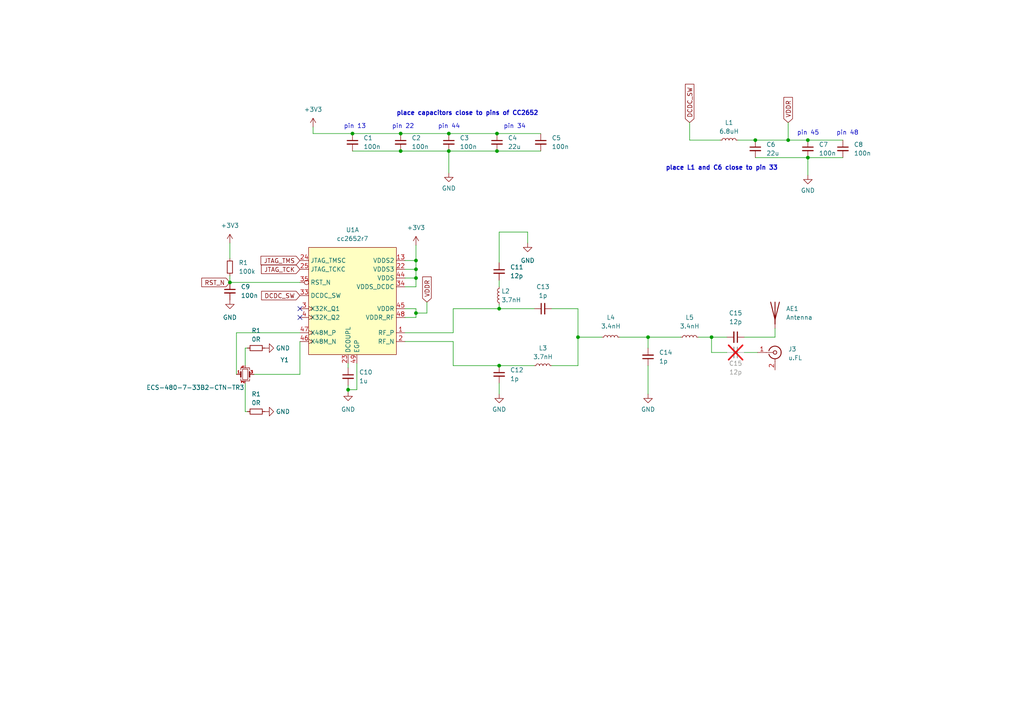
<source format=kicad_sch>
(kicad_sch (version 20230121) (generator eeschema)
  (paper "A4")
  (title_block (title "CC2652 Zigbee Coordinator/Breakout") (date "2023-12-29") (rev "v1") (company "Electrodonkey 2023") (comment 1 "MIT Licence"))
  (lib_symbols
    (symbol "Connector:Conn_Coaxial" (pin_names (offset 1.016) hide)
      (property "Reference" "J" (at 0.254 3.048 0))
      (property "Value" "Conn_Coaxial" (at 2.921 0 90))
      (symbol "Conn_Coaxial_0_1"
        (arc (start -1.778 -0.508) (mid 0.2311 -1.8066) (end 1.778 0) (stroke (width 0.254)))
        (polyline (pts (xy -2.54 0) (xy -0.508 0)))
        (polyline (pts (xy 0 -2.54) (xy 0 -1.778)))
        (circle (center 0 0) (radius 0.508) (stroke (width 0.2032)))
        (arc (start 1.778 0) (mid 0.2099 1.8101) (end -1.778 0.508) (stroke (width 0.254)))
      )
      (symbol "Conn_Coaxial_1_1"
        (pin passive line (at -5.08 0 0) (length 2.54) (name "In") (number "1"))
        (pin passive line (at 0 -5.08 90) (length 2.54) (name "Ext") (number "2"))
      )
    )
    (symbol "Device:Antenna" (pin_numbers hide) (pin_names (offset 1.016) hide)
      (property "Reference" "AE" (at -1.905 1.905 0))
      (property "Value" "Antenna" (at -1.905 0 0))
      (symbol "Antenna_0_1"
        (polyline (pts (xy 0 2.54) (xy 0 -3.81)) (stroke (width 0.254)))
        (polyline (pts (xy 1.27 2.54) (xy 0 -2.54) (xy -1.27 2.54)) (stroke (width 0.254)))
      )
      (symbol "Antenna_1_1"
        (pin input line (at 0 -5.08 90) (length 2.54) (name "A") (number "1"))
      )
    )
    (symbol "Device:C_Small" (pin_numbers hide) (pin_names (offset 0.254) hide)
      (property "Reference" "C" (at 0.254 1.778 0))
      (property "Value" "C_Small" (at 0.254 -2.032 0))
      (symbol "C_Small_0_1"
        (polyline (pts (xy -1.524 -0.508) (xy 1.524 -0.508)) (stroke (width 0.3302)))
        (polyline (pts (xy -1.524 0.508) (xy 1.524 0.508)) (stroke (width 0.3048)))
      )
      (symbol "C_Small_1_1"
        (pin passive line (at 0 2.54 270) (length 2.032) (name "~") (number "1"))
        (pin passive line (at 0 -2.54 90) (length 2.032) (name "~") (number "2"))
      )
    )
    (symbol "Device:Crystal_GND24_Small" (pin_names (offset 1.016) hide)
      (property "Reference" "Y" (at 1.27 4.445 0))
      (property "Value" "Crystal_GND24_Small" (at 1.27 2.54 0))
      (symbol "Crystal_GND24_Small_0_1"
        (rectangle (start -0.762 -1.524) (end 0.762 1.524))
        (polyline (pts (xy -1.27 -0.762) (xy -1.27 0.762)) (stroke (width 0.381)))
        (polyline (pts (xy 1.27 -0.762) (xy 1.27 0.762)) (stroke (width 0.381)))
        (polyline (pts (xy -1.27 -1.27) (xy -1.27 -1.905) (xy 1.27 -1.905) (xy 1.27 -1.27)))
        (polyline (pts (xy -1.27 1.27) (xy -1.27 1.905) (xy 1.27 1.905) (xy 1.27 1.27)))
      )
      (symbol "Crystal_GND24_Small_1_1"
        (pin passive line (at -2.54 0 0) (length 1.27) (name "1") (number "1"))
        (pin passive line (at 0 -2.54 90) (length 0.635) (name "2") (number "2"))
        (pin passive line (at 2.54 0 180) (length 1.27) (name "3") (number "3"))
        (pin passive line (at 0 2.54 270) (length 0.635) (name "4") (number "4"))
      )
    )
    (symbol "Device:L_Small" (pin_numbers hide) (pin_names (offset 0.254) hide)
      (property "Reference" "L" (at 0.762 1.016 0))
      (property "Value" "L_Small" (at 0.762 -1.016 0))
      (symbol "L_Small_0_1"
        (arc (start 0 -2.032) (mid 0.5058 -1.524) (end 0 -1.016))
        (arc (start 0 -1.016) (mid 0.5058 -0.508) (end 0 0))
        (arc (start 0 0) (mid 0.5058 0.508) (end 0 1.016))
        (arc (start 0 1.016) (mid 0.5058 1.524) (end 0 2.032))
      )
      (symbol "L_Small_1_1"
        (pin passive line (at 0 2.54 270) (length 0.508) (name "~") (number "1"))
        (pin passive line (at 0 -2.54 90) (length 0.508) (name "~") (number "2"))
      )
    )
    (symbol "Device:R_Small" (pin_numbers hide) (pin_names (offset 0.254) hide)
      (property "Reference" "R" (at 0.762 0.508 0))
      (property "Value" "R_Small" (at 0.762 -1.016 0))
      (symbol "R_Small_0_1"
        (rectangle (start -0.762 1.778) (end 0.762 -1.778) (stroke (width 0.2032)))
      )
      (symbol "R_Small_1_1"
        (pin passive line (at 0 2.54 270) (length 0.762) (name "~") (number "1"))
        (pin passive line (at 0 -2.54 90) (length 0.762) (name "~") (number "2"))
      )
    )
    (symbol "power:+3V3" (power) (pin_names (offset 0))
      (property "Value" "+3V3" (at 0 3.556 0))
      (symbol "+3V3_0_1"
        (polyline (pts (xy -0.762 1.27) (xy 0 2.54)))
        (polyline (pts (xy 0 0) (xy 0 2.54)))
        (polyline (pts (xy 0 2.54) (xy 0.762 1.27)))
      )
      (symbol "+3V3_1_1"
        (pin power_in line (at 0 0 90) (length 0) hide (name "+3V3") (number "1"))
      )
    )
    (symbol "power:GND" (power) (pin_names (offset 0))
      (property "Value" "GND" (at 0 -3.81 0))
      (symbol "GND_0_1"
        (polyline (pts (xy 0 0) (xy 0 -1.27) (xy 1.27 -1.27) (xy 0 -2.54) (xy -1.27 -1.27) (xy 0 -1.27)))
      )
      (symbol "GND_1_1"
        (pin power_in line (at 0 0 270) (length 0) hide (name "GND") (number "1"))
      )
    )
    (symbol "zigbee_coordinator:cc2652r7"
      (property "Reference" "U" (at 6.985 -25.4 0))
      (property "Value" "cc2652r7" (at -8.255 21.59 0))
      (symbol "cc2652r7_1_0"
        (pin unspecified line (at 15.24 -9.525 180) (length 2.54) (name "RF_P") (number "1"))
        (pin unspecified line (at 15.24 11.43 180) (length 2.54) (name "VDDS2") (number "13"))
        (pin unspecified line (at 15.24 -12.065 180) (length 2.54) (name "RF_N") (number "2"))
        (pin unspecified line (at 15.24 8.89 180) (length 2.54) (name "VDDS3") (number "22"))
        (pin unspecified line (at -1.27 -18.415 90) (length 2.54) (name "DCOUPL") (number "23"))
        (pin unspecified line (at -15.24 11.43 0) (length 2.54) (name "JTAG_TMSC") (number "24"))
        (pin unspecified line (at -15.24 8.89 0) (length 2.54) (name "JTAG_TCKC") (number "25"))
        (pin unspecified clock (at -15.24 -2.54 0) (length 2.54) (name "X32K_Q1") (number "3"))
        (pin unspecified line (at -15.24 1.27 0) (length 2.54) (name "DCDC_SW") (number "33"))
        (pin unspecified line (at 15.24 3.81 180) (length 2.54) (name "VDDS_DCDC") (number "34"))
        (pin unspecified inverted (at -15.24 5.08 0) (length 2.54) (name "RST_N") (number "35"))
        (pin unspecified clock (at -15.24 -5.08 0) (length 2.54) (name "X32K_Q2") (number "4"))
        (pin unspecified line (at 15.24 6.35 180) (length 2.54) (name "VDDS") (number "44"))
        (pin unspecified line (at 15.24 -2.54 180) (length 2.54) (name "VDDR") (number "45"))
        (pin unspecified clock (at -15.24 -12.065 0) (length 2.54) (name "X48M_N") (number "46"))
        (pin unspecified clock (at -15.24 -9.525 0) (length 2.54) (name "X48M_P") (number "47"))
        (pin unspecified line (at 15.24 -5.08 180) (length 2.54) (name "VDDR_RF") (number "48"))
        (pin unspecified line (at 1.27 -18.415 90) (length 2.54) (name "EGP") (number "49"))
      )
      (symbol "cc2652r7_1_1"
        (rectangle (start -12.7 15.24) (end 12.7 -15.875) (fill (type background)))
      )
      (symbol "cc2652r7_2_0"
        (pin unspecified line (at -15.24 3.81 0) (length 2.54) (name "DIO_5") (number "10"))
        (pin unspecified line (at -15.24 1.27 0) (length 2.54) (name "DIO_6") (number "11"))
        (pin unspecified line (at -15.24 -1.27 0) (length 2.54) (name "DIO_7") (number "12"))
        (pin unspecified line (at -15.24 -3.81 0) (length 2.54) (name "DIO_8") (number "14"))
        (pin unspecified line (at -15.24 -6.35 0) (length 2.54) (name "DIO_9") (number "15"))
        (pin unspecified line (at -15.24 -8.89 0) (length 2.54) (name "DIO_10") (number "16"))
        (pin unspecified line (at -15.24 -11.43 0) (length 2.54) (name "DIO_11") (number "17"))
        (pin unspecified line (at -15.24 -13.97 0) (length 2.54) (name "DIO_12") (number "18"))
        (pin unspecified line (at -15.24 -16.51 0) (length 2.54) (name "DIO_13") (number "19"))
        (pin unspecified line (at -15.24 -19.05 0) (length 2.54) (name "DIO_14") (number "20"))
        (pin unspecified line (at -15.24 -21.59 0) (length 2.54) (name "DIO_15") (number "21"))
        (pin unspecified line (at 15.24 16.51 180) (length 2.54) (name "DIO_16") (number "26"))
        (pin unspecified line (at 15.24 13.97 180) (length 2.54) (name "DIO_17") (number "27"))
        (pin unspecified line (at 15.24 11.43 180) (length 2.54) (name "DIO_18") (number "28"))
        (pin unspecified line (at 15.24 8.89 180) (length 2.54) (name "DIO_19") (number "29"))
        (pin unspecified line (at 15.24 6.35 180) (length 2.54) (name "DIO_20") (number "30"))
        (pin unspecified line (at 15.24 3.81 180) (length 2.54) (name "DIO_21") (number "31"))
        (pin unspecified line (at 15.24 1.27 180) (length 2.54) (name "DIO_22") (number "32"))
        (pin unspecified line (at 15.24 -1.27 180) (length 2.54) (name "DIO_23") (number "36"))
        (pin unspecified line (at 15.24 -3.81 180) (length 2.54) (name "DIO_24") (number "37"))
        (pin unspecified line (at 15.24 -6.35 180) (length 2.54) (name "DIO_25") (number "38"))
        (pin unspecified line (at 15.24 -8.89 180) (length 2.54) (name "DIO_26") (number "39"))
        (pin unspecified line (at 15.24 -11.43 180) (length 2.54) (name "DIO_27") (number "40"))
        (pin unspecified line (at 15.24 -13.97 180) (length 2.54) (name "DIO_28") (number "41"))
        (pin unspecified line (at 15.24 -16.51 180) (length 2.54) (name "DIO_29") (number "42"))
        (pin unspecified line (at 15.24 -19.05 180) (length 2.54) (name "DIO_30") (number "43"))
        (pin unspecified line (at -15.24 16.51 0) (length 2.54) (name "DIO_0") (number "5"))
        (pin unspecified line (at -15.24 13.97 0) (length 2.54) (name "DIO_1") (number "6"))
        (pin unspecified line (at -15.24 11.43 0) (length 2.54) (name "DIO_2") (number "7"))
        (pin unspecified line (at -15.24 8.89 0) (length 2.54) (name "DIO_3") (number "8"))
        (pin unspecified line (at -15.24 6.35 0) (length 2.54) (name "DIO_4") (number "9"))
      )
      (symbol "cc2652r7_2_1"
        (rectangle (start -12.7 19.685) (end 12.7 -24.13) (fill (type background)))
      )
    )
  )
  (junction (at 206.375 97.79))
  (junction (at 144.145 38.735))
  (junction (at 144.78 106.045))
  (junction (at 130.175 38.735))
  (junction (at 144.78 89.535))
  (junction (at 100.965 113.03))
  (junction (at 144.145 43.815))
  (junction (at 102.235 38.735))
  (junction (at 116.205 38.735))
  (junction (at 120.65 78.105))
  (junction (at 116.205 43.815))
  (junction (at 66.675 81.915))
  (junction (at 187.96 97.79))
  (junction (at 234.315 40.64))
  (junction (at 219.075 40.64))
  (junction (at 130.175 43.815))
  (junction (at 120.65 75.565))
  (junction (at 120.65 80.645))
  (junction (at 120.65 90.805))
  (junction (at 228.6 40.64))
  (junction (at 234.315 45.72))
  (junction (at 167.64 97.79))
  (no_connect (at 86.995 92.075))
  (no_connect (at 86.995 89.535))
  (wire (pts (xy 144.78 89.535) (xy 131.445 89.535)))
  (wire (pts (xy 187.96 97.79) (xy 197.485 97.79)))
  (wire (pts (xy 86.995 96.52) (xy 68.58 96.52)))
  (wire (pts (xy 73.66 108.585) (xy 86.995 108.585)))
  (wire (pts (xy 71.12 100.965) (xy 71.12 106.045)))
  (wire (pts (xy 102.235 43.815) (xy 116.205 43.815)))
  (wire (pts (xy 71.12 111.125) (xy 71.12 119.38)))
  (wire (pts (xy 160.02 89.535) (xy 167.64 89.535)))
  (wire (pts (xy 103.505 113.03) (xy 100.965 113.03)))
  (wire (pts (xy 117.475 75.565) (xy 120.65 75.565)))
  (wire (pts (xy 179.705 97.79) (xy 187.96 97.79)))
  (wire (pts (xy 167.64 106.045) (xy 160.02 106.045)))
  (wire (pts (xy 117.475 80.645) (xy 120.65 80.645)))
  (wire (pts (xy 120.65 80.645) (xy 120.65 83.185)))
  (wire (pts (xy 187.96 106.045) (xy 187.96 114.3)))
  (wire (pts (xy 123.825 87.63) (xy 123.825 90.805)))
  (wire (pts (xy 224.79 97.79) (xy 224.79 95.25)))
  (wire (pts (xy 120.65 92.075) (xy 117.475 92.075)))
  (wire (pts (xy 120.65 78.105) (xy 120.65 80.645)))
  (wire (pts (xy 120.65 89.535) (xy 120.65 90.805)))
  (wire (pts (xy 206.375 97.79) (xy 210.82 97.79)))
  (wire (pts (xy 234.315 45.72) (xy 244.475 45.72)))
  (wire (pts (xy 219.075 45.72) (xy 234.315 45.72)))
  (wire (pts (xy 71.755 100.965) (xy 71.12 100.965)))
  (wire (pts (xy 117.475 83.185) (xy 120.65 83.185)))
  (wire (pts (xy 228.6 35.56) (xy 228.6 40.64)))
  (wire (pts (xy 144.78 67.31) (xy 144.78 76.2)))
  (wire (pts (xy 90.805 36.83) (xy 90.805 38.735)))
  (wire (pts (xy 117.475 78.105) (xy 120.65 78.105)))
  (wire (pts (xy 144.78 106.045) (xy 154.94 106.045)))
  (wire (pts (xy 167.64 97.79) (xy 167.64 106.045)))
  (wire (pts (xy 144.78 106.045) (xy 131.445 106.045)))
  (wire (pts (xy 187.96 97.79) (xy 187.96 100.965)))
  (wire (pts (xy 103.505 105.41) (xy 103.505 113.03)))
  (wire (pts (xy 153.035 70.485) (xy 153.035 67.31)))
  (wire (pts (xy 130.175 43.815) (xy 130.175 50.165)))
  (wire (pts (xy 144.78 89.535) (xy 154.94 89.535)))
  (wire (pts (xy 116.205 38.735) (xy 102.235 38.735)))
  (wire (pts (xy 102.235 38.735) (xy 90.805 38.735)))
  (wire (pts (xy 215.9 102.235) (xy 219.71 102.235)))
  (wire (pts (xy 100.965 105.41) (xy 100.965 106.68)))
  (wire (pts (xy 66.675 70.485) (xy 66.675 74.93)))
  (wire (pts (xy 144.78 81.28) (xy 144.78 83.185)))
  (wire (pts (xy 130.175 38.735) (xy 116.205 38.735)))
  (wire (pts (xy 117.475 89.535) (xy 120.65 89.535)))
  (wire (pts (xy 100.965 113.665) (xy 100.965 113.03)))
  (wire (pts (xy 68.58 96.52) (xy 68.58 108.585)))
  (wire (pts (xy 200.025 35.56) (xy 200.025 40.64)))
  (wire (pts (xy 206.375 102.235) (xy 210.82 102.235)))
  (wire (pts (xy 66.675 80.01) (xy 66.675 81.915)))
  (wire (pts (xy 144.78 111.125) (xy 144.78 114.3)))
  (wire (pts (xy 86.995 108.585) (xy 86.995 99.06)))
  (wire (pts (xy 116.205 43.815) (xy 130.175 43.815)))
  (wire (pts (xy 219.075 40.64) (xy 228.6 40.64)))
  (wire (pts (xy 202.565 97.79) (xy 206.375 97.79)))
  (wire (pts (xy 167.64 97.79) (xy 174.625 97.79)))
  (wire (pts (xy 131.445 96.52) (xy 131.445 89.535)))
  (wire (pts (xy 144.78 88.265) (xy 144.78 89.535)))
  (wire (pts (xy 144.145 43.815) (xy 156.845 43.815)))
  (wire (pts (xy 213.995 40.64) (xy 219.075 40.64)))
  (wire (pts (xy 234.315 45.72) (xy 234.315 50.8)))
  (wire (pts (xy 153.035 67.31) (xy 144.78 67.31)))
  (wire (pts (xy 167.64 89.535) (xy 167.64 97.79)))
  (wire (pts (xy 120.65 71.12) (xy 120.65 75.565)))
  (wire (pts (xy 144.145 38.735) (xy 130.175 38.735)))
  (wire (pts (xy 206.375 97.79) (xy 206.375 102.235)))
  (wire (pts (xy 100.965 113.03) (xy 100.965 111.76)))
  (wire (pts (xy 71.12 119.38) (xy 71.755 119.38)))
  (wire (pts (xy 228.6 40.64) (xy 234.315 40.64)))
  (wire (pts (xy 120.65 90.805) (xy 123.825 90.805)))
  (wire (pts (xy 234.315 40.64) (xy 244.475 40.64)))
  (wire (pts (xy 215.9 97.79) (xy 224.79 97.79)))
  (wire (pts (xy 86.995 81.915) (xy 66.675 81.915)))
  (wire (pts (xy 130.175 43.815) (xy 144.145 43.815)))
  (wire (pts (xy 131.445 99.06) (xy 117.475 99.06)))
  (wire (pts (xy 156.845 38.735) (xy 144.145 38.735)))
  (wire (pts (xy 117.475 96.52) (xy 131.445 96.52)))
  (wire (pts (xy 120.65 75.565) (xy 120.65 78.105)))
  (wire (pts (xy 120.65 90.805) (xy 120.65 92.075)))
  (wire (pts (xy 200.025 40.64) (xy 208.915 40.64)))
  (wire (pts (xy 131.445 106.045) (xy 131.445 99.06)))
  (text "pin 45" (at 231.14 39.37 0) (effects (font (size 1.27 1.27)) (justify left bottom)))
  (text "pin 13" (at 99.695 37.465 0) (effects (font (size 1.27 1.27)) (justify left bottom)))
  (text "place L1 and C6 close to pin 33" (at 193.04 49.53 0) (effects (font (size 1.27 1.27) bold) (justify left bottom)))
  (text "pin 48" (at 242.57 39.37 0) (effects (font (size 1.27 1.27)) (justify left bottom)))
  (text "pin 22" (at 113.665 37.465 0) (effects (font (size 1.27 1.27)) (justify left bottom)))
  (text "place capacitors close to pins of CC2652" (at 114.935 33.655 0) (effects (font (size 1.27 1.27) (thickness 0.254) bold) (justify left bottom)))
  (text "pin 44" (at 127 37.465 0) (effects (font (size 1.27 1.27)) (justify left bottom)))
  (text "pin 34" (at 146.05 37.465 0) (effects (font (size 1.27 1.27)) (justify left bottom)))
  (global_label "RST_N" (shape input) (at 66.675 81.915 180) (property "Intersheetrefs" "${INTERSHEET_REFS}" (effects hide)))
  (global_label "JTAG_TCK" (shape input) (at 86.995 78.105 180) (property "Intersheetrefs" "${INTERSHEET_REFS}" (effects hide)))
  (global_label "DCDC_SW" (shape input) (at 86.995 85.725 180) (property "Intersheetrefs" "${INTERSHEET_REFS}" (effects hide)))
  (global_label "DCDC_SW" (shape input) (at 200.025 35.56 90) (property "Intersheetrefs" "${INTERSHEET_REFS}" (effects hide)))
  (global_label "VDDR" (shape input) (at 123.825 87.63 90) (property "Intersheetrefs" "${INTERSHEET_REFS}" (effects hide)))
  (global_label "VDDR" (shape input) (at 228.6 35.56 90) (property "Intersheetrefs" "${INTERSHEET_REFS}" (effects hide)))
  (global_label "JTAG_TMS" (shape input) (at 86.995 75.565 180) (property "Intersheetrefs" "${INTERSHEET_REFS}" (effects hide)))
  (symbol (lib_id "Device:R_Small") (at 74.295 100.965 90) (unit 1)
    (property "Reference" "R1" (at 74.295 95.885 90))
    (property "Value" "0R" (at 74.295 98.425 90))
    (property "Footprint" "Resistor_SMD:R_0402_1005Metric_Pad0.72x0.64mm_HandSolder" (effects hide))
    (instances (project "zigbee_coordinator" (path "" (reference "R1") (unit 1)) (path "" (reference "R20") (unit 1))))
  )
  (symbol (lib_id "Device:L_Small") (at 200.025 97.79 90) (unit 1)
    (property "Reference" "L5" (at 200.025 92.075 90))
    (property "Value" "3.4nH" (at 200.025 94.615 90))
    (property "Footprint" "Inductor_SMD:L_0402_1005Metric_Pad0.77x0.64mm_HandSolder" (effects hide))
    (instances (project "zigbee_coordinator" (path "" (reference "L5") (unit 1)) (path "" (reference "L4") (unit 1))))
  )
  (symbol (lib_id "power:GND") (at 153.035 70.485 0) (unit 1)
    (property "Reference" "#PWR09" (effects hide))
    (property "Value" "GND" (at 153.035 75.565 0))
    (instances (project "zigbee_coordinator" (path "" (reference "#PWR09") (unit 1)) (path "" (reference "#PWR05") (unit 1))))
  )
  (symbol (lib_id "Device:R_Small") (at 66.675 77.47 0) (unit 1)
    (property "Reference" "R1" (at 69.215 76.2 0) (effects (justify left)))
    (property "Value" "100k" (at 69.215 78.74 0) (effects (justify left)))
    (property "Footprint" "Resistor_SMD:R_0402_1005Metric_Pad0.72x0.64mm_HandSolder" (effects hide))
  )
  (symbol (lib_id "Device:L_Small") (at 211.455 40.64 90) (unit 1)
    (property "Reference" "L1" (at 211.455 35.56 90))
    (property "Value" "6.8uH" (at 211.455 38.1 90))
    (property "Footprint" "Inductor_SMD:L_0402_1005Metric_Pad0.77x0.64mm_HandSolder" (effects hide))
  )
  (symbol (lib_id "Device:C_Small") (at 100.965 109.22 0) (unit 1)
    (property "Reference" "C10" (at 104.14 107.9563 0) (effects (justify left)))
    (property "Value" "1u" (at 104.14 110.4963 0) (effects (justify left)))
    (property "Footprint" "Capacitor_SMD:C_0402_1005Metric_Pad0.74x0.62mm_HandSolder" (effects hide))
    (instances (project "zigbee_coordinator" (path "" (reference "C10") (unit 1)) (path "" (reference "C15") (unit 1))))
  )
  (symbol (lib_id "power:GND") (at 76.835 119.38 90) (unit 1)
    (property "Reference" "#PWR08" (effects hide))
    (property "Value" "GND" (at 80.01 119.38 90) (effects (justify right)))
    (instances (project "zigbee_coordinator" (path "" (reference "#PWR08") (unit 1)) (path "" (reference "#PWR011") (unit 1))))
  )
  (symbol (lib_id "Device:C_Small") (at 219.075 43.18 0) (unit 1)
    (property "Reference" "C6" (at 222.25 41.9163 0) (effects (justify left)))
    (property "Value" "22u" (at 222.25 44.4563 0) (effects (justify left)))
    (property "Footprint" "Capacitor_SMD:C_0402_1005Metric_Pad0.74x0.62mm_HandSolder" (effects hide))
  )
  (symbol (lib_id "power:GND") (at 100.965 113.665 0) (unit 1)
    (property "Reference" "#PWR06" (effects hide))
    (property "Value" "GND" (at 100.965 118.745 0))
    (instances (project "zigbee_coordinator" (path "" (reference "#PWR06") (unit 1)) (path "" (reference "#PWR08") (unit 1))))
  )
  (symbol (lib_id "Device:C_Small") (at 144.145 41.275 0) (unit 1)
    (property "Reference" "C4" (at 147.32 40.0113 0) (effects (justify left)))
    (property "Value" "22u" (at 147.32 42.5513 0) (effects (justify left)))
    (property "Footprint" "Capacitor_SMD:C_0402_1005Metric_Pad0.74x0.62mm_HandSolder" (effects hide))
  )
  (symbol (lib_id "Device:C_Small") (at 102.235 41.275 0) (unit 1)
    (property "Reference" "C1" (at 105.41 40.0113 0) (effects (justify left)))
    (property "Value" "100n" (at 105.41 42.5513 0) (effects (justify left)))
    (property "Footprint" "Capacitor_SMD:C_0402_1005Metric_Pad0.74x0.62mm_HandSolder" (effects hide))
  )
  (symbol (lib_id "power:GND") (at 76.835 100.965 90) (unit 1)
    (property "Reference" "#PWR08" (effects hide))
    (property "Value" "GND" (at 80.01 100.965 90) (effects (justify right)))
    (instances (project "zigbee_coordinator" (path "" (reference "#PWR08") (unit 1)) (path "" (reference "#PWR020") (unit 1))))
  )
  (symbol (lib_id "Device:C_Small") (at 156.845 41.275 0) (unit 1)
    (property "Reference" "C5" (at 160.02 40.0113 0) (effects (justify left)))
    (property "Value" "100n" (at 160.02 42.5513 0) (effects (justify left)))
    (property "Footprint" "Capacitor_SMD:C_0402_1005Metric_Pad0.74x0.62mm_HandSolder" (effects hide))
  )
  (symbol (lib_id "Device:C_Small") (at 144.78 78.74 0) (unit 1)
    (property "Reference" "C11" (at 147.955 77.4763 0) (effects (justify left)))
    (property "Value" "12p" (at 147.955 80.0163 0) (effects (justify left)))
    (property "Footprint" "Capacitor_SMD:C_0402_1005Metric_Pad0.74x0.62mm_HandSolder" (effects hide))
    (instances (project "zigbee_coordinator" (path "" (reference "C11") (unit 1)) (path "" (reference "C9") (unit 1))))
  )
  (symbol (lib_id "zigbee_coordinator:cc2652r7") (at 102.235 86.995 0) (unit 1)
    (property "Reference" "U1" (at 102.235 66.675 0))
    (property "Value" "cc2652r7" (at 102.235 69.215 0))
    (property "Footprint" "Package_DFN_QFN:VQFN-48-1EP_7x7mm_P0.5mm_EP5.15x5.15mm_ThermalVias" (effects hide))
    (property "Datasheet" "https://www.ti.com/lit/ds/symlink/cc2652r7.pdf" (effects hide))
  )
  (symbol (lib_id "Device:Crystal_GND24_Small") (at 71.12 108.585 0) (unit 1)
    (property "Reference" "Y1" (at 82.55 104.3941 0))
    (property "Value" "ECS-480-7-33B2-CTN-TR3 " (at 57.15 112.395 0))
    (property "Footprint" "Crystal:Crystal_SMD_3225-4Pin_3.2x2.5mm_HandSoldering" (effects hide))
    (property "Datasheet" "https://ro.mouser.com/datasheet/2/122/ECS_33B2-3104970.pdf" (effects hide))
  )
  (symbol (lib_id "Device:C_Small") (at 116.205 41.275 0) (unit 1)
    (property "Reference" "C2" (at 119.38 40.0113 0) (effects (justify left)))
    (property "Value" "100n" (at 119.38 42.5513 0) (effects (justify left)))
    (property "Footprint" "Capacitor_SMD:C_0402_1005Metric_Pad0.74x0.62mm_HandSolder" (effects hide))
  )
  (symbol (lib_id "Device:C_Small") (at 234.315 43.18 0) (unit 1)
    (property "Reference" "C7" (at 237.49 41.9163 0) (effects (justify left)))
    (property "Value" "100n" (at 237.49 44.4563 0) (effects (justify left)))
    (property "Footprint" "Capacitor_SMD:C_0402_1005Metric_Pad0.74x0.62mm_HandSolder" (effects hide))
  )
  (symbol (lib_id "Connector:Conn_Coaxial") (at 224.79 102.235 0) (unit 1)
    (property "Reference" "J3" (at 228.6 101.2582 0) (effects (justify left)))
    (property "Value" "u.FL" (at 228.6 103.7982 0) (effects (justify left)))
    (property "Footprint" "Connector_Coaxial:U.FL_Hirose_U.FL-R-SMT-1_Vertical" (effects hide))
    (property "Datasheet" " ~" (effects hide))
  )
  (symbol (lib_id "Device:Antenna") (at 224.79 90.17 0) (unit 1)
    (property "Reference" "AE1" (at 227.965 89.535 0) (effects (justify left)))
    (property "Value" "Antenna" (at 227.965 92.075 0) (effects (justify left)))
    (property "Footprint" "RF_Antenna:Texas_SWRA117D_2.4GHz_Right" (effects hide))
  )
  (symbol (lib_id "Device:L_Small") (at 177.165 97.79 90) (unit 1)
    (property "Reference" "L4" (at 177.165 92.075 90))
    (property "Value" "3.4nH" (at 177.165 94.615 90))
    (property "Footprint" "Inductor_SMD:L_0402_1005Metric_Pad0.77x0.64mm_HandSolder" (effects hide))
    (instances (project "zigbee_coordinator" (path "" (reference "L4") (unit 1)) (path "" (reference "L3") (unit 1))))
  )
  (symbol (lib_id "power:GND") (at 234.315 50.8 0) (unit 1)
    (property "Reference" "#PWR02" (effects hide))
    (property "Value" "GND" (at 234.315 55.245 0))
    (instances (project "zigbee_coordinator" (path "" (reference "#PWR02") (unit 1)) (path "" (reference "#PWR03") (unit 1))))
  )
  (symbol (lib_id "Device:C_Small") (at 144.78 108.585 0) (unit 1)
    (property "Reference" "C12" (at 147.955 107.3213 0) (effects (justify left)))
    (property "Value" "1p" (at 147.955 109.8613 0) (effects (justify left)))
    (property "Footprint" "Capacitor_SMD:C_0402_1005Metric_Pad0.74x0.62mm_HandSolder" (effects hide))
    (instances (project "zigbee_coordinator" (path "" (reference "C12") (unit 1)) (path "" (reference "C14") (unit 1))))
  )
  (symbol (lib_id "Device:C_Small") (at 213.36 97.79 270) (unit 1)
    (property "Reference" "C15" (at 213.3536 90.805 90))
    (property "Value" "12p" (at 213.3536 93.345 90))
    (property "Footprint" "Capacitor_SMD:C_0402_1005Metric_Pad0.74x0.62mm_HandSolder" (effects hide))
    (instances (project "zigbee_coordinator" (path "" (reference "C15") (unit 1)) (path "" (reference "C12") (unit 1))))
  )
  (symbol (lib_id "Device:C_Small") (at 187.96 103.505 180) (unit 1)
    (property "Reference" "C14" (at 191.135 102.2286 0) (effects (justify right)))
    (property "Value" "1p" (at 191.135 104.7686 0) (effects (justify right)))
    (property "Footprint" "Capacitor_SMD:C_0402_1005Metric_Pad0.74x0.62mm_HandSolder" (effects hide))
    (instances (project "zigbee_coordinator" (path "" (reference "C14") (unit 1)) (path "" (reference "C13") (unit 1))))
  )
  (symbol (lib_id "power:+3V3") (at 90.805 36.83 0) (unit 1)
    (property "Reference" "#PWR03" (effects hide))
    (property "Value" "+3V3" (at 90.805 31.75 0))
    (instances (project "zigbee_coordinator" (path "" (reference "#PWR03") (unit 1)) (path "" (reference "#PWR01") (unit 1))))
  )
  (symbol (lib_id "Device:L_Small") (at 157.48 106.045 90) (unit 1)
    (property "Reference" "L3" (at 157.48 100.965 90))
    (property "Value" "3.7nH" (at 157.48 103.505 90))
    (property "Footprint" "Inductor_SMD:L_0402_1005Metric_Pad0.77x0.64mm_HandSolder" (effects hide))
    (instances (project "zigbee_coordinator" (path "" (reference "L3") (unit 1)) (path "" (reference "L5") (unit 1))))
  )
  (symbol (lib_id "power:GND") (at 187.96 114.3 0) (unit 1)
    (property "Reference" "#PWR010" (effects hide))
    (property "Value" "GND" (at 187.96 118.745 0))
  )
  (symbol (lib_id "Device:C_Small") (at 157.48 89.535 90) (unit 1)
    (property "Reference" "C13" (at 157.4863 83.185 90))
    (property "Value" "1p" (at 157.4863 85.725 90))
    (property "Footprint" "Capacitor_SMD:C_0402_1005Metric_Pad0.74x0.62mm_HandSolder" (effects hide))
    (instances (project "zigbee_coordinator" (path "" (reference "C13") (unit 1)) (path "" (reference "C11") (unit 1))))
  )
  (symbol (lib_id "Device:R_Small") (at 74.295 119.38 90) (unit 1)
    (property "Reference" "R1" (at 74.295 114.3 90))
    (property "Value" "0R" (at 74.295 116.84 90))
    (property "Footprint" "Resistor_SMD:R_0402_1005Metric_Pad0.72x0.64mm_HandSolder" (effects hide))
    (instances (project "zigbee_coordinator" (path "" (reference "R1") (unit 1)) (path "" (reference "R21") (unit 1))))
  )
  (symbol (lib_id "Device:C_Small") (at 66.675 84.455 0) (unit 1)
    (property "Reference" "C9" (at 69.85 83.1913 0) (effects (justify left)))
    (property "Value" "100n" (at 69.85 85.7313 0) (effects (justify left)))
    (property "Footprint" "Capacitor_SMD:C_0402_1005Metric_Pad0.74x0.62mm_HandSolder" (effects hide))
    (instances (project "zigbee_coordinator" (path "" (reference "C9") (unit 1)) (path "" (reference "C10") (unit 1))))
  )
  (symbol (lib_id "power:+3V3") (at 66.675 70.485 0) (unit 1)
    (property "Reference" "#PWR05" (effects hide))
    (property "Value" "+3V3" (at 66.675 65.405 0))
    (instances (project "zigbee_coordinator" (path "" (reference "#PWR05") (unit 1)) (path "" (reference "#PWR04") (unit 1))))
  )
  (symbol (lib_id "Device:C_Small") (at 213.36 102.235 270) (unit 1) (dnp yes)
    (property "Reference" "C15" (at 213.36 105.41 90))
    (property "Value" "12p" (at 213.36 107.95 90))
    (property "Footprint" "Capacitor_SMD:C_0402_1005Metric_Pad0.74x0.62mm_HandSolder" (effects hide))
    (instances (project "zigbee_coordinator" (path "" (reference "C15") (unit 1)) (path "" (reference "C28") (unit 1))))
  )
  (symbol (lib_id "power:GND") (at 130.175 50.165 0) (unit 1)
    (property "Reference" "#PWR01" (effects hide))
    (property "Value" "GND" (at 130.175 54.61 0))
    (instances (project "zigbee_coordinator" (path "" (reference "#PWR01") (unit 1)) (path "" (reference "#PWR02") (unit 1))))
  )
  (symbol (lib_id "power:+3V3") (at 120.65 71.12 0) (unit 1)
    (property "Reference" "#PWR07" (effects hide))
    (property "Value" "+3V3" (at 120.65 66.04 0))
    (instances (project "zigbee_coordinator" (path "" (reference "#PWR07") (unit 1)) (path "" (reference "#PWR06") (unit 1))))
  )
  (symbol (lib_id "power:GND") (at 66.675 86.995 0) (unit 1)
    (property "Reference" "#PWR04" (effects hide))
    (property "Value" "GND" (at 66.675 92.075 0))
    (instances (project "zigbee_coordinator" (path "" (reference "#PWR04") (unit 1)) (path "" (reference "#PWR07") (unit 1))))
  )
  (symbol (lib_id "Device:C_Small") (at 130.175 41.275 0) (unit 1)
    (property "Reference" "C3" (at 133.35 40.0113 0) (effects (justify left)))
    (property "Value" "100n" (at 133.35 42.5513 0) (effects (justify left)))
    (property "Footprint" "Capacitor_SMD:C_0402_1005Metric_Pad0.74x0.62mm_HandSolder" (effects hide))
  )
  (symbol (lib_id "power:GND") (at 144.78 114.3 0) (unit 1)
    (property "Reference" "#PWR011" (effects hide))
    (property "Value" "GND" (at 144.78 118.745 0))
    (instances (project "zigbee_coordinator" (path "" (reference "#PWR011") (unit 1)) (path "" (reference "#PWR09") (unit 1))))
  )
  (symbol (lib_id "Device:L_Small") (at 144.78 85.725 180) (unit 1)
    (property "Reference" "L2" (at 145.415 84.455 0) (effects (justify right)))
    (property "Value" "3.7nH" (at 145.415 86.995 0) (effects (justify right)))
    (property "Footprint" "Inductor_SMD:L_0402_1005Metric_Pad0.77x0.64mm_HandSolder" (effects hide))
  )
  (symbol (lib_id "Device:C_Small") (at 244.475 43.18 0) (unit 1)
    (property "Reference" "C8" (at 247.65 41.9163 0) (effects (justify left)))
    (property "Value" "100n" (at 247.65 44.4563 0) (effects (justify left)))
    (property "Footprint" "Capacitor_SMD:C_0402_1005Metric_Pad0.74x0.62mm_HandSolder" (effects hide))
  )
)
</source>
